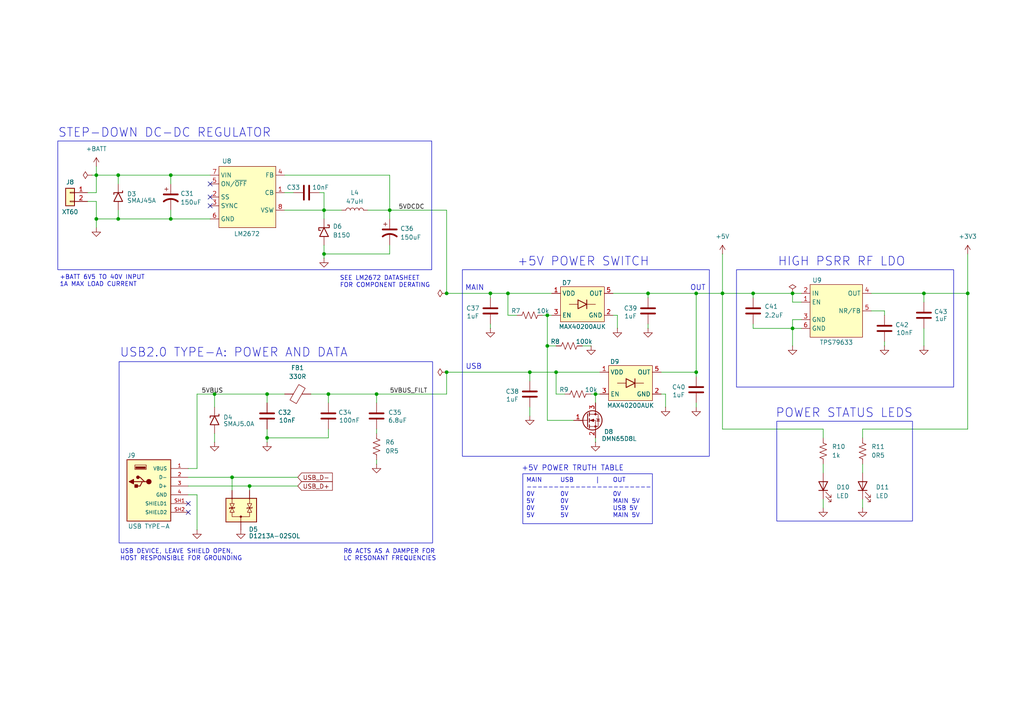
<source format=kicad_sch>
(kicad_sch (version 20231120) (generator "eeschema") (generator_version "8.0")
  (paper "A4")
  (title_block (title "POWER AND USB") (date "2024-06-15") (comment 1 "REVIEWED BY:") (comment 3 "GITHUB: /nikphillydev") (comment 4 "DRAWN BY:  N. PHILIPENKO") (comment 5 "SIGNED:"))
  (lib_symbols
    (symbol "Connector_Generic:Conn_01x02" (pin_names (offset 1.016) hide)
      (property "Reference" "J" (at 0 2.54 0))
      (property "Value" "Conn_01x02" (at 0 -5.08 0))
      (symbol "Conn_01x02_1_1"
        (rectangle (start -1.27 -2.413) (end 0 -2.667) (stroke (width 0.1524)))
        (rectangle (start -1.27 0.127) (end 0 -0.127) (stroke (width 0.1524)))
        (rectangle (start -1.27 1.27) (end 1.27 -3.81) (stroke (width 0.254)) (fill (type background)))
        (pin passive line (at -5.08 0 0) (length 3.81) (name "Pin_1") (number "1"))
        (pin passive line (at -5.08 -2.54 0) (length 3.81) (name "Pin_2") (number "2"))
      )
    )
    (symbol "Connectors:USB2.0-4P-2SH" (pin_names (offset 1.016))
      (property "Reference" "J" (at -6.35 9.652 0))
      (property "Value" "USB TYPE-A" (at -5.842 -11.176 0))
      (symbol "USB2.0-4P-2SH_0_0"
        (pin bidirectional line (at -11.43 3.81 0) (length 5.08) (name "D-") (number "2"))
        (pin bidirectional line (at -11.43 1.27 0) (length 5.08) (name "D+") (number "3"))
      )
      (symbol "USB2.0-4P-2SH_0_1"
        (polyline (pts (xy 0.635 2.54) (xy 1.27 2.54) (xy 2.54 3.81) (xy 3.175 3.81)) (stroke (width 0.254)))
        (polyline (pts (xy 1.27 2.54) (xy 1.905 2.54) (xy 2.54 1.27) (xy 3.81 1.27)) (stroke (width 0.254)))
        (polyline (pts (xy 4.445 3.175) (xy 4.445 1.905) (xy 5.715 2.54) (xy 4.445 3.175)) (stroke (width 0.254)) (fill (type outline)))
        (circle (center 0 2.54) (radius 0.635) (stroke (width 0.254)) (fill (type outline)))
        (circle (center 3.175 3.81) (radius 0.381) (stroke (width 0.254)) (fill (type outline)))
        (rectangle (start 3.81 6.35) (end 1.016 6.858) (fill (type outline)))
        (rectangle (start 4.064 1.651) (end 3.302 0.889) (stroke (width 0.254)) (fill (type outline)))
        (rectangle (start 4.064 6.096) (end 0.762 7.366))
      )
      (symbol "USB2.0-4P-2SH_1_0"
        (rectangle (start -6.35 8.89) (end 6.35 -8.89) (stroke (width 0.254)) (fill (type background)))
        (pin power_out line (at -11.43 6.35 0) (length 5.08) (name "VBUS") (number "1"))
        (pin passive line (at -11.43 -1.27 0) (length 5.08) (name "GND") (number "4"))
        (pin passive line (at -11.43 -3.81 0) (length 5.08) (name "SHIELD1") (number "SH1"))
        (pin passive line (at -11.43 -6.35 0) (length 5.08) (name "SHIELD2") (number "SH2"))
      )
      (symbol "USB2.0-4P-2SH_1_1"
        (polyline (pts (xy 1.905 2.54) (xy 4.445 2.54)) (stroke (width 0.254)))
      )
    )
    (symbol "Device:C" (pin_numbers hide) (pin_names (offset 0.254))
      (property "Reference" "C" (at 0.635 2.54 0))
      (property "Value" "C" (at 0.635 -2.54 0))
      (symbol "C_0_1"
        (polyline (pts (xy -2.032 -0.762) (xy 2.032 -0.762)) (stroke (width 0.508)))
        (polyline (pts (xy -2.032 0.762) (xy 2.032 0.762)) (stroke (width 0.508)))
      )
      (symbol "C_1_1"
        (pin passive line (at 0 3.81 270) (length 2.794) (name "~") (number "1"))
        (pin passive line (at 0 -3.81 90) (length 2.794) (name "~") (number "2"))
      )
    )
    (symbol "Device:C_Polarized_US" (pin_numbers hide) (pin_names (offset 0.254) hide)
      (property "Reference" "C" (at 0.635 2.54 0))
      (property "Value" "C_Polarized_US" (at 0.635 -2.54 0))
      (symbol "C_Polarized_US_0_1"
        (polyline (pts (xy -2.032 0.762) (xy 2.032 0.762)) (stroke (width 0.508)))
        (polyline (pts (xy -1.778 2.286) (xy -0.762 2.286)))
        (polyline (pts (xy -1.27 1.778) (xy -1.27 2.794)))
        (arc (start 2.032 -1.27) (mid 0 -0.5572) (end -2.032 -1.27) (stroke (width 0.508)))
      )
      (symbol "C_Polarized_US_1_1"
        (pin passive line (at 0 3.81 270) (length 2.794) (name "~") (number "1"))
        (pin passive line (at 0 -3.81 90) (length 3.302) (name "~") (number "2"))
      )
    )
    (symbol "Device:FerriteBead" (pin_numbers hide) (pin_names (offset 0))
      (property "Reference" "FB" (at -3.81 0.635 90))
      (property "Value" "FerriteBead" (at 3.81 0 90))
      (symbol "FerriteBead_0_1"
        (polyline (pts (xy 0 -1.27) (xy 0 -1.2192)))
        (polyline (pts (xy 0 1.27) (xy 0 1.2954)))
        (polyline (pts (xy -2.7686 0.4064) (xy -1.7018 2.2606) (xy 2.7686 -0.3048) (xy 1.6764 -2.159) (xy -2.7686 0.4064)))
      )
      (symbol "FerriteBead_1_1"
        (pin passive line (at 0 3.81 270) (length 2.54) (name "~") (number "1"))
        (pin passive line (at 0 -3.81 90) (length 2.54) (name "~") (number "2"))
      )
    )
    (symbol "Device:L" (pin_numbers hide) (pin_names (offset 1.016) hide)
      (property "Reference" "L" (at -1.27 0 90))
      (property "Value" "L" (at 1.905 0 90))
      (symbol "L_0_1"
        (arc (start 0 -2.54) (mid 0.6323 -1.905) (end 0 -1.27))
        (arc (start 0 -1.27) (mid 0.6323 -0.635) (end 0 0))
        (arc (start 0 0) (mid 0.6323 0.635) (end 0 1.27))
        (arc (start 0 1.27) (mid 0.6323 1.905) (end 0 2.54))
      )
      (symbol "L_1_1"
        (pin passive line (at 0 3.81 270) (length 1.27) (name "1") (number "1"))
        (pin passive line (at 0 -3.81 90) (length 1.27) (name "2") (number "2"))
      )
    )
    (symbol "Device:LED" (pin_numbers hide) (pin_names (offset 1.016) hide)
      (property "Reference" "D" (at 0 2.54 0))
      (property "Value" "LED" (at 0 -2.54 0))
      (symbol "LED_0_1"
        (polyline (pts (xy -1.27 -1.27) (xy -1.27 1.27)) (stroke (width 0.254)))
        (polyline (pts (xy -1.27 0) (xy 1.27 0)))
        (polyline (pts (xy 1.27 -1.27) (xy 1.27 1.27) (xy -1.27 0) (xy 1.27 -1.27)) (stroke (width 0.254)))
        (polyline (pts (xy -3.048 -0.762) (xy -4.572 -2.286) (xy -3.81 -2.286) (xy -4.572 -2.286) (xy -4.572 -1.524)))
        (polyline (pts (xy -1.778 -0.762) (xy -3.302 -2.286) (xy -2.54 -2.286) (xy -3.302 -2.286) (xy -3.302 -1.524)))
      )
      (symbol "LED_1_1"
        (pin passive line (at -3.81 0 0) (length 2.54) (name "K") (number "1"))
        (pin passive line (at 3.81 0 180) (length 2.54) (name "A") (number "2"))
      )
    )
    (symbol "Device:R_US" (pin_numbers hide) (pin_names (offset 0))
      (property "Reference" "R" (at 2.54 0 90))
      (property "Value" "R_US" (at -2.54 0 90))
      (symbol "R_US_0_1"
        (polyline (pts (xy 0 -2.286) (xy 0 -2.54)))
        (polyline (pts (xy 0 2.286) (xy 0 2.54)))
        (polyline (pts (xy 0 -0.762) (xy 1.016 -1.143) (xy 0 -1.524) (xy -1.016 -1.905) (xy 0 -2.286)))
        (polyline (pts (xy 0 0.762) (xy 1.016 0.381) (xy 0 0) (xy -1.016 -0.381) (xy 0 -0.762)))
        (polyline (pts (xy 0 2.286) (xy 1.016 1.905) (xy 0 1.524) (xy -1.016 1.143) (xy 0 0.762)))
      )
      (symbol "R_US_1_1"
        (pin passive line (at 0 3.81 270) (length 1.27) (name "~") (number "1"))
        (pin passive line (at 0 -3.81 90) (length 1.27) (name "~") (number "2"))
      )
    )
    (symbol "Diodes:MAX40200AUK"
      (property "Reference" "D" (at -5.588 6.858 0))
      (property "Value" "MAX40200AUK" (at 0 -7.112 0))
      (symbol "MAX40200AUK_0_1"
        (polyline (pts (xy 1.27 0.635) (xy 3.81 0.635)))
        (polyline (pts (xy 1.27 1.905) (xy 1.27 -0.635)) (stroke (width 0.254)))
        (polyline (pts (xy -1.27 0.635) (xy -2.54 0.635) (xy -3.81 0.635)))
        (polyline (pts (xy -1.27 1.905) (xy -1.27 -0.635) (xy 1.27 0.635) (xy -1.27 1.905)) (stroke (width 0.254)))
      )
      (symbol "MAX40200AUK_1_1"
        (rectangle (start -6.35 5.715) (end 6.35 -4.445) (fill (type background)))
        (pin power_in line (at -8.89 3.81 0) (length 2.54) (name "VDD") (number "1"))
        (pin passive line (at 8.89 -2.54 180) (length 2.54) (name "GND") (number "2"))
        (pin input line (at -8.89 -2.54 0) (length 2.54) (name "EN") (number "3"))
        (pin no_connect line (at 8.89 1.27 180) (length 2.54) hide (name "NC") (number "4"))
        (pin passive line (at 8.89 3.81 180) (length 2.54) (name "OUT") (number "5"))
      )
    )
    (symbol "Diodes:N-MOSFET_ENHANCED" (pin_names hide)
      (property "Reference" "D" (at 3.81 -3.302 0))
      (symbol "N-MOSFET_ENHANCED_0_1"
        (polyline (pts (xy -1.016 0) (xy -3.81 0)))
        (polyline (pts (xy -1.016 1.905) (xy -1.016 -1.905)) (stroke (width 0.254)))
        (polyline (pts (xy -0.508 -1.27) (xy -0.508 -2.286)) (stroke (width 0.254)))
        (polyline (pts (xy -0.508 0.508) (xy -0.508 -0.508)) (stroke (width 0.254)))
        (polyline (pts (xy -0.508 2.286) (xy -0.508 1.27)) (stroke (width 0.254)))
        (polyline (pts (xy 1.27 2.54) (xy 1.27 1.778)))
        (polyline (pts (xy 1.27 -2.54) (xy 1.27 0) (xy -0.508 0)))
        (polyline (pts (xy -0.508 -1.778) (xy 2.032 -1.778) (xy 2.032 1.778) (xy -0.508 1.778)))
        (polyline (pts (xy -0.254 0) (xy 0.762 0.381) (xy 0.762 -0.381) (xy -0.254 0)) (fill (type outline)))
        (polyline (pts (xy 1.524 0.508) (xy 1.651 0.381) (xy 2.413 0.381) (xy 2.54 0.254)))
        (polyline (pts (xy 2.032 0.381) (xy 1.651 -0.254) (xy 2.413 -0.254) (xy 2.032 0.381)))
        (circle (center 0.381 0) (radius 2.794) (stroke (width 0.254)))
        (circle (center 1.27 -1.778) (radius 0.254) (fill (type outline)))
        (circle (center 1.27 1.778) (radius 0.254) (fill (type outline)))
      )
      (symbol "N-MOSFET_ENHANCED_1_1"
        (pin input line (at -5.08 0 0) (length 2.54) (name "G") (number "1"))
        (pin passive line (at 1.27 -5.08 90) (length 2.54) (name "S") (number "2"))
        (pin passive line (at 1.27 5.08 270) (length 2.54) (name "D") (number "3"))
      )
    )
    (symbol "Diodes:SCHOTTKY" (pin_numbers hide) (pin_names hide)
      (property "Reference" "D" (at 3.556 -1.27 0))
      (symbol "SCHOTTKY_0_1"
        (polyline (pts (xy 1.27 -1.27) (xy -1.27 -1.27) (xy 0 1.27) (xy 1.27 -1.27)) (stroke (width 0.254)))
        (polyline (pts (xy -1.016 0.508) (xy -1.524 0.508) (xy -1.524 1.27) (xy 1.524 1.27) (xy 1.524 2.032) (xy 1.016 2.032)) (stroke (width 0.254)))
      )
      (symbol "SCHOTTKY_1_1"
        (pin passive line (at 0 3.81 270) (length 2.54) (name "K") (number "1"))
        (pin passive line (at 0 -3.81 90) (length 2.54) (name "A") (number "2"))
      )
    )
    (symbol "Diodes:TVS_BIDIRECTIONAL_2CH" (pin_numbers hide) (pin_names hide)
      (property "Reference" "D" (at 2.54 -5.842 0))
      (symbol "TVS_BIDIRECTIONAL_2CH_0_0"
        (pin passive line (at 0 -6.35 90) (length 2.54) (name "A") (number "3"))
      )
      (symbol "TVS_BIDIRECTIONAL_2CH_0_1"
        (circle (center 0 -2.54) (radius 0.254) (fill (type outline)))
        (polyline (pts (xy -2.54 2.54) (xy -2.54 1.27)))
        (polyline (pts (xy 0 -2.54) (xy 0 -3.81)))
        (polyline (pts (xy 2.54 2.54) (xy 2.54 1.27)))
        (polyline (pts (xy -3.302 -0.254) (xy -3.302 0) (xy -1.905 0) (xy -1.778 0)))
        (polyline (pts (xy -3.302 -0.254) (xy -3.302 0) (xy -1.905 0) (xy -1.778 0)))
        (polyline (pts (xy -2.54 -1.27) (xy -2.54 -2.54) (xy 2.54 -2.54) (xy 2.54 -1.27)))
        (polyline (pts (xy -2.54 0) (xy -1.905 -1.27) (xy -3.175 -1.27) (xy -2.54 0)))
        (polyline (pts (xy -2.54 0) (xy -1.905 1.27) (xy -3.175 1.27) (xy -2.54 0)))
        (polyline (pts (xy -1.778 0.254) (xy -1.778 0) (xy -3.175 0) (xy -3.302 0)))
        (polyline (pts (xy 1.778 -0.254) (xy 1.778 0) (xy 3.175 0) (xy 3.302 0)))
        (polyline (pts (xy 2.54 0) (xy 1.905 -1.27) (xy 3.175 -1.27) (xy 2.54 0)))
        (polyline (pts (xy 2.54 0) (xy 1.905 1.27) (xy 3.175 1.27) (xy 2.54 0)))
        (polyline (pts (xy 3.302 0.254) (xy 3.302 0) (xy 1.905 0) (xy 1.778 0)))
      )
      (symbol "TVS_BIDIRECTIONAL_2CH_1_1"
        (rectangle (start -4.318 2.794) (end 4.572 -4.064) (stroke (width 0.254)) (fill (type background)))
        (pin passive line (at -2.54 5.08 270) (length 2.54) (name "K") (number "1"))
        (pin passive line (at 2.54 5.08 270) (length 2.54) (name "K") (number "2"))
      )
    )
    (symbol "Diodes:TVS_UNIDIRECTIONAL" (pin_numbers hide) (pin_names hide)
      (property "Reference" "D" (at 3.302 0 0))
      (symbol "TVS_UNIDIRECTIONAL_0_1"
        (polyline (pts (xy 1.27 1.778) (xy 1.27 1.27) (xy -1.27 1.27) (xy -1.27 0.762)) (stroke (width 0.254)))
        (polyline (pts (xy 0 1.27) (xy 0 1.27) (xy 1.27 -1.27) (xy -1.27 -1.27) (xy 0 1.27)) (stroke (width 0.254)))
      )
      (symbol "TVS_UNIDIRECTIONAL_1_1"
        (pin passive line (at 0 3.81 270) (length 2.54) (name "K") (number "1"))
        (pin passive line (at 0 -3.81 90) (length 2.54) (name "A") (number "2"))
      )
    )
    (symbol "ICs:LM2672-D/P"
      (property "Reference" "U" (at -7.874 10.16 0))
      (property "Value" "LM2672" (at -0.508 -10.668 0))
      (symbol "LM2672-D/P_0_0"
        (pin passive line (at 10.16 1.27 180) (length 2.54) (name "CB") (number "1"))
        (pin passive line (at -11.43 0 0) (length 2.54) (name "SS") (number "2"))
        (pin passive line (at -11.43 -2.54 0) (length 2.54) (name "SYNC") (number "3"))
        (pin power_in line (at 10.16 6.35 180) (length 2.54) (name "FB") (number "4"))
        (pin passive line (at -11.43 3.81 0) (length 2.54) (name "ON/~{OFF}") (number "5"))
        (pin power_in line (at -11.43 6.35 0) (length 2.54) (name "VIN") (number "7"))
        (pin power_out line (at 10.16 -3.81 180) (length 2.54) (name "VSW") (number "8"))
      )
      (symbol "LM2672-D/P_1_0"
        (pin passive line (at -11.43 -6.35 0) (length 2.54) (name "GND") (number "6"))
      )
      (symbol "LM2672-D/P_1_1"
        (rectangle (start -8.89 8.89) (end 7.62 -8.89) (fill (type background)))
      )
    )
    (symbol "ICs:TPS796xx-DCQ"
      (property "Reference" "U" (at -6.096 8.89 0))
      (property "Value" "TPS796xx" (at -0.254 -9.398 0))
      (symbol "TPS796xx-DCQ_0_0"
        (pin passive line (at -10.16 2.54 0) (length 2.54) (name "EN") (number "1"))
        (pin power_in line (at -10.16 5.08 0) (length 2.54) (name "IN") (number "2"))
        (pin power_out line (at 10.16 5.08 180) (length 2.54) (name "OUT") (number "4"))
        (pin passive line (at 10.16 0 180) (length 2.54) (name "NR/FB") (number "5"))
      )
      (symbol "TPS796xx-DCQ_1_0"
        (pin passive line (at -10.16 -2.54 0) (length 2.54) (name "GND") (number "3"))
        (pin passive line (at -10.16 -5.08 0) (length 2.54) (name "GND") (number "6"))
      )
      (symbol "TPS796xx-DCQ_1_1"
        (rectangle (start -7.62 7.62) (end 7.62 -7.62) (fill (type background)))
      )
    )
    (symbol "MAX40200AUK_1"
      (property "Reference" "D" (at -5.588 6.858 0))
      (property "Value" "MAX40200AUK" (at 0 -7.112 0))
      (symbol "MAX40200AUK_1_0_1"
        (polyline (pts (xy 1.27 0.635) (xy 3.81 0.635)))
        (polyline (pts (xy 1.27 1.905) (xy 1.27 -0.635)) (stroke (width 0.254)))
        (polyline (pts (xy -1.27 0.635) (xy -2.54 0.635) (xy -3.81 0.635)))
        (polyline (pts (xy -1.27 1.905) (xy -1.27 -0.635) (xy 1.27 0.635) (xy -1.27 1.905)) (stroke (width 0.254)))
      )
      (symbol "MAX40200AUK_1_1_1"
        (rectangle (start -6.35 5.715) (end 6.35 -4.445) (fill (type background)))
        (pin power_in line (at -8.89 3.81 0) (length 2.54) (name "VDD") (number "1"))
        (pin passive line (at 8.89 -2.54 180) (length 2.54) (name "GND") (number "2"))
        (pin input line (at -8.89 -2.54 0) (length 2.54) (name "EN") (number "3"))
        (pin no_connect line (at 8.89 1.27 180) (length 2.54) hide (name "NC") (number "4"))
        (pin passive line (at 8.89 3.81 180) (length 2.54) (name "OUT") (number "5"))
      )
    )
    (symbol "TVS_UNIDIRECTIONAL_1" (pin_numbers hide) (pin_names hide)
      (property "Reference" "D" (at 3.302 0 0))
      (symbol "TVS_UNIDIRECTIONAL_1_0_1"
        (polyline (pts (xy 1.27 1.778) (xy 1.27 1.27) (xy -1.27 1.27) (xy -1.27 0.762)) (stroke (width 0.254)))
        (polyline (pts (xy 0 1.27) (xy 0 1.27) (xy 1.27 -1.27) (xy -1.27 -1.27) (xy 0 1.27)) (stroke (width 0.254)))
      )
      (symbol "TVS_UNIDIRECTIONAL_1_1_1"
        (pin passive line (at 0 3.81 270) (length 2.54) (name "K") (number "1"))
        (pin passive line (at 0 -3.81 90) (length 2.54) (name "A") (number "2"))
      )
    )
    (symbol "power:+BATT" (power) (pin_numbers hide) (pin_names (offset 0) hide)
      (property "Value" "+BATT" (at 0 3.556 0))
      (symbol "+BATT_0_1"
        (polyline (pts (xy -0.762 1.27) (xy 0 2.54)))
        (polyline (pts (xy 0 0) (xy 0 2.54)))
        (polyline (pts (xy 0 2.54) (xy 0.762 1.27)))
      )
      (symbol "+BATT_1_1"
        (pin power_in line (at 0 0 90) (length 0) (name "~") (number "1"))
      )
    )
    (symbol "power:GND" (power) (pin_numbers hide) (pin_names (offset 0) hide)
      (property "Value" "GND" (at 0 -3.81 0))
      (symbol "GND_0_1"
        (polyline (pts (xy 0 0) (xy 0 -1.27) (xy 1.27 -1.27) (xy 0 -2.54) (xy -1.27 -1.27) (xy 0 -1.27)))
      )
      (symbol "GND_1_1"
        (pin power_in line (at 0 0 270) (length 0) (name "~") (number "1"))
      )
    )
    (symbol "power:PWR_FLAG" (power) (pin_numbers hide) (pin_names (offset 0) hide)
      (property "Value" "PWR_FLAG" (at 0 3.81 0))
      (symbol "PWR_FLAG_0_0"
        (pin power_out line (at 0 0 90) (length 0) (name "~") (number "1"))
      )
      (symbol "PWR_FLAG_0_1"
        (polyline (pts (xy 0 0) (xy 0 1.27) (xy -1.016 1.905) (xy 0 2.54) (xy 1.016 1.905) (xy 0 1.27)))
      )
    )
  )
  (junction (at 129.54 85.09))
  (junction (at 34.29 50.8))
  (junction (at 229.87 95.25))
  (junction (at 72.39 140.97))
  (junction (at 113.03 60.96))
  (junction (at 49.53 63.5))
  (junction (at 280.67 85.09))
  (junction (at 93.98 60.96))
  (junction (at 49.53 50.8))
  (junction (at 153.67 107.95))
  (junction (at 161.29 107.95))
  (junction (at 147.32 85.09))
  (junction (at 77.47 114.3))
  (junction (at 201.93 85.09))
  (junction (at 93.98 73.66))
  (junction (at 142.24 85.09))
  (junction (at 187.96 85.09))
  (junction (at 67.31 138.43))
  (junction (at 201.93 107.95))
  (junction (at 172.72 114.3))
  (junction (at 77.47 127))
  (junction (at 158.75 100.33))
  (junction (at 34.29 63.5))
  (junction (at 229.87 85.09))
  (junction (at 95.25 114.3))
  (junction (at 27.94 50.8))
  (junction (at 158.75 91.44))
  (junction (at 27.94 63.5))
  (junction (at 109.22 114.3))
  (junction (at 62.23 114.3))
  (junction (at 218.44 85.09))
  (junction (at 267.97 85.09))
  (junction (at 209.55 85.09))
  (junction (at 129.54 107.95))
  (no_connect (at 60.96 59.69))
  (no_connect (at 60.96 57.15))
  (no_connect (at 54.61 148.59))
  (no_connect (at 54.61 146.05))
  (no_connect (at 60.96 53.34))
  (wire (pts (xy 161.29 107.95) (xy 173.99 107.95)))
  (wire (pts (xy 209.55 85.09) (xy 218.44 85.09)))
  (wire (pts (xy 129.54 114.3) (xy 129.54 107.95)))
  (wire (pts (xy 27.94 55.88) (xy 27.94 50.8)))
  (wire (pts (xy 256.54 90.17) (xy 252.73 90.17)))
  (wire (pts (xy 172.72 116.84) (xy 172.72 114.3)))
  (wire (pts (xy 218.44 85.09) (xy 218.44 86.36)))
  (wire (pts (xy 172.72 127) (xy 172.72 128.27)))
  (wire (pts (xy 49.53 50.8) (xy 49.53 53.34)))
  (wire (pts (xy 26.67 50.8) (xy 27.94 50.8)))
  (wire (pts (xy 57.15 114.3) (xy 57.15 135.89)))
  (wire (pts (xy 27.94 63.5) (xy 27.94 58.42)))
  (wire (pts (xy 34.29 60.96) (xy 34.29 63.5)))
  (wire (pts (xy 72.39 140.97) (xy 86.36 140.97)))
  (wire (pts (xy 109.22 116.84) (xy 109.22 114.3)))
  (wire (pts (xy 49.53 60.96) (xy 49.53 63.5)))
  (wire (pts (xy 158.75 100.33) (xy 158.75 121.92)))
  (wire (pts (xy 27.94 48.26) (xy 27.94 50.8)))
  (wire (pts (xy 93.98 71.12) (xy 93.98 73.66)))
  (wire (pts (xy 187.96 93.98) (xy 187.96 95.25)))
  (wire (pts (xy 113.03 60.96) (xy 129.54 60.96)))
  (wire (pts (xy 77.47 114.3) (xy 82.55 114.3)))
  (wire (pts (xy 93.98 73.66) (xy 113.03 73.66)))
  (wire (pts (xy 201.93 107.95) (xy 201.93 109.22)))
  (wire (pts (xy 93.98 60.96) (xy 93.98 63.5)))
  (wire (pts (xy 62.23 114.3) (xy 77.47 114.3)))
  (wire (pts (xy 209.55 73.66) (xy 209.55 85.09)))
  (wire (pts (xy 171.45 114.3) (xy 172.72 114.3)))
  (wire (pts (xy 77.47 114.3) (xy 77.47 116.84)))
  (wire (pts (xy 229.87 92.71) (xy 229.87 95.25)))
  (wire (pts (xy 54.61 138.43) (xy 67.31 138.43)))
  (wire (pts (xy 177.8 85.09) (xy 187.96 85.09)))
  (wire (pts (xy 129.54 107.95) (xy 153.67 107.95)))
  (wire (pts (xy 109.22 114.3) (xy 129.54 114.3)))
  (wire (pts (xy 238.76 127) (xy 238.76 124.46)))
  (wire (pts (xy 62.23 114.3) (xy 62.23 118.11)))
  (wire (pts (xy 27.94 63.5) (xy 27.94 66.04)))
  (wire (pts (xy 191.77 107.95) (xy 201.93 107.95)))
  (wire (pts (xy 232.41 92.71) (xy 229.87 92.71)))
  (wire (pts (xy 267.97 85.09) (xy 280.67 85.09)))
  (wire (pts (xy 113.03 50.8) (xy 113.03 60.96)))
  (wire (pts (xy 129.54 85.09) (xy 142.24 85.09)))
  (wire (pts (xy 142.24 93.98) (xy 142.24 95.25)))
  (wire (pts (xy 129.54 60.96) (xy 129.54 85.09)))
  (wire (pts (xy 67.31 138.43) (xy 86.36 138.43)))
  (wire (pts (xy 27.94 50.8) (xy 34.29 50.8)))
  (wire (pts (xy 77.47 127) (xy 77.47 128.27)))
  (wire (pts (xy 57.15 143.51) (xy 57.15 153.67)))
  (wire (pts (xy 250.19 144.78) (xy 250.19 147.32)))
  (wire (pts (xy 256.54 100.33) (xy 256.54 99.06)))
  (wire (pts (xy 49.53 50.8) (xy 60.96 50.8)))
  (wire (pts (xy 238.76 134.62) (xy 238.76 137.16)))
  (wire (pts (xy 82.55 60.96) (xy 93.98 60.96)))
  (wire (pts (xy 147.32 85.09) (xy 160.02 85.09)))
  (wire (pts (xy 82.55 50.8) (xy 113.03 50.8)))
  (wire (pts (xy 34.29 50.8) (xy 34.29 53.34)))
  (wire (pts (xy 232.41 85.09) (xy 229.87 85.09)))
  (wire (pts (xy 250.19 134.62) (xy 250.19 137.16)))
  (wire (pts (xy 62.23 125.73) (xy 62.23 128.27)))
  (wire (pts (xy 179.07 91.44) (xy 179.07 95.25)))
  (wire (pts (xy 57.15 114.3) (xy 62.23 114.3)))
  (wire (pts (xy 267.97 95.25) (xy 267.97 100.33)))
  (wire (pts (xy 93.98 60.96) (xy 99.06 60.96)))
  (wire (pts (xy 158.75 91.44) (xy 158.75 100.33)))
  (wire (pts (xy 187.96 85.09) (xy 187.96 86.36)))
  (wire (pts (xy 92.71 55.88) (xy 93.98 55.88)))
  (wire (pts (xy 229.87 87.63) (xy 229.87 85.09)))
  (wire (pts (xy 153.67 107.95) (xy 161.29 107.95)))
  (wire (pts (xy 158.75 91.44) (xy 160.02 91.44)))
  (wire (pts (xy 106.68 60.96) (xy 113.03 60.96)))
  (wire (pts (xy 161.29 107.95) (xy 161.29 114.3)))
  (wire (pts (xy 113.03 63.5) (xy 113.03 60.96)))
  (wire (pts (xy 113.03 71.12) (xy 113.03 73.66)))
  (wire (pts (xy 158.75 100.33) (xy 161.29 100.33)))
  (wire (pts (xy 218.44 95.25) (xy 229.87 95.25)))
  (wire (pts (xy 95.25 127) (xy 77.47 127)))
  (wire (pts (xy 147.32 91.44) (xy 147.32 85.09)))
  (wire (pts (xy 95.25 114.3) (xy 109.22 114.3)))
  (wire (pts (xy 82.55 55.88) (xy 85.09 55.88)))
  (wire (pts (xy 187.96 85.09) (xy 201.93 85.09)))
  (wire (pts (xy 163.83 114.3) (xy 161.29 114.3)))
  (wire (pts (xy 95.25 124.46) (xy 95.25 127)))
  (wire (pts (xy 238.76 144.78) (xy 238.76 147.32)))
  (wire (pts (xy 153.67 107.95) (xy 153.67 110.49)))
  (wire (pts (xy 72.39 140.97) (xy 72.39 142.24)))
  (wire (pts (xy 149.86 91.44) (xy 147.32 91.44)))
  (wire (pts (xy 267.97 85.09) (xy 267.97 87.63)))
  (wire (pts (xy 142.24 85.09) (xy 142.24 86.36)))
  (wire (pts (xy 27.94 63.5) (xy 34.29 63.5)))
  (wire (pts (xy 49.53 63.5) (xy 60.96 63.5)))
  (wire (pts (xy 280.67 124.46) (xy 280.67 85.09)))
  (wire (pts (xy 34.29 50.8) (xy 49.53 50.8)))
  (wire (pts (xy 54.61 143.51) (xy 57.15 143.51)))
  (wire (pts (xy 90.17 114.3) (xy 95.25 114.3)))
  (wire (pts (xy 256.54 91.44) (xy 256.54 90.17)))
  (wire (pts (xy 218.44 85.09) (xy 229.87 85.09)))
  (wire (pts (xy 229.87 95.25) (xy 229.87 100.33)))
  (wire (pts (xy 252.73 85.09) (xy 267.97 85.09)))
  (wire (pts (xy 25.4 58.42) (xy 27.94 58.42)))
  (wire (pts (xy 172.72 114.3) (xy 173.99 114.3)))
  (wire (pts (xy 250.19 127) (xy 250.19 124.46)))
  (wire (pts (xy 34.29 63.5) (xy 49.53 63.5)))
  (wire (pts (xy 54.61 140.97) (xy 72.39 140.97)))
  (wire (pts (xy 77.47 124.46) (xy 77.47 127)))
  (wire (pts (xy 191.77 114.3) (xy 193.04 114.3)))
  (wire (pts (xy 232.41 87.63) (xy 229.87 87.63)))
  (wire (pts (xy 168.91 100.33) (xy 171.45 100.33)))
  (wire (pts (xy 201.93 85.09) (xy 201.93 107.95)))
  (wire (pts (xy 142.24 85.09) (xy 147.32 85.09)))
  (wire (pts (xy 218.44 93.98) (xy 218.44 95.25)))
  (wire (pts (xy 232.41 95.25) (xy 229.87 95.25)))
  (wire (pts (xy 93.98 55.88) (xy 93.98 60.96)))
  (wire (pts (xy 209.55 85.09) (xy 209.55 124.46)))
  (wire (pts (xy 193.04 114.3) (xy 193.04 118.11)))
  (wire (pts (xy 238.76 124.46) (xy 209.55 124.46)))
  (wire (pts (xy 201.93 116.84) (xy 201.93 118.11)))
  (wire (pts (xy 250.19 124.46) (xy 280.67 124.46)))
  (wire (pts (xy 157.48 91.44) (xy 158.75 91.44)))
  (wire (pts (xy 153.67 118.11) (xy 153.67 120.65)))
  (wire (pts (xy 109.22 133.35) (xy 109.22 134.62)))
  (wire (pts (xy 201.93 85.09) (xy 209.55 85.09)))
  (wire (pts (xy 109.22 124.46) (xy 109.22 125.73)))
  (wire (pts (xy 280.67 73.66) (xy 280.67 85.09)))
  (wire (pts (xy 95.25 114.3) (xy 95.25 116.84)))
  (wire (pts (xy 158.75 121.92) (xy 166.37 121.92)))
  (wire (pts (xy 67.31 138.43) (xy 67.31 142.24)))
  (wire (pts (xy 25.4 55.88) (xy 27.94 55.88)))
  (wire (pts (xy 54.61 135.89) (xy 57.15 135.89)))
  (wire (pts (xy 93.98 73.66) (xy 93.98 74.93)))
  (wire (pts (xy 177.8 91.44) (xy 179.07 91.44)))
  (rectangle (start 213.614 78.232) (end 276.606 112.268))
  (rectangle (start 225.298 122.174) (end 264.668 151.13))
  (rectangle (start 134.112 78.232) (end 205.74 132.334))
  (rectangle (start 16.764 40.894) (end 125.222 78.232))
  (rectangle (start 34.544 104.902) (end 125.476 157.48))
  (text_box "MAIN	USB		|	OUT\n-----------------------\n0V		0V			0V\n5V		0V			MAIN 5V\n0V		5V			USB 5V\n5V		5V			MAIN 5V" (at 151.638 137.414 0) (size 37.592 14.478) (effects (font (size 1.27 1.27)) (justify left top)))
  (text "POWER STATUS LEDS" (at 244.856 119.888 0) (effects (font (size 2.54 2.54))))
  (text "USB DEVICE, LEAVE SHIELD OPEN,\nHOST RESPONSIBLE FOR GROUNDING" (at 34.798 161.036 0) (effects (font (size 1.27 1.27)) (justify left)))
  (text "USB2.0 TYPE-A: POWER AND DATA" (at 67.818 102.362 0) (effects (font (size 2.54 2.54))))
  (text "USB" (at 137.414 106.426 0) (effects (font (size 1.524 1.524))))
  (text "+5V POWER SWITCH" (at 169.164 75.946 0) (effects (font (size 2.54 2.54))))
  (text "HIGH PSRR RF LDO\n" (at 244.094 75.946 0) (effects (font (size 2.54 2.54))))
  (text "R6 ACTS AS A DAMPER FOR\nLC RESONANT FREQUENCIES" (at 99.568 161.036 0) (effects (font (size 1.27 1.27)) (justify left)))
  (text "+5V POWER TRUTH TABLE" (at 166.116 135.89 0) (effects (font (size 1.524 1.524))))
  (text "STEP-DOWN DC-DC REGULATOR" (at 47.752 38.608 0) (effects (font (size 2.54 2.54))))
  (text "SEE LM2672 DATASHEET\nFOR COMPONENT DERATING" (at 98.552 81.788 0) (effects (font (size 1.27 1.27)) (justify left)))
  (text "MAIN" (at 137.668 83.566 0) (effects (font (size 1.524 1.524))))
  (text "+BATT 6V5 TO 40V INPUT\n1A MAX LOAD CURRENT" (at 17.272 81.534 0) (effects (font (size 1.27 1.27)) (justify left)))
  (text "OUT" (at 202.438 83.566 0) (effects (font (size 1.524 1.524))))
  (label "5VBUS" (at 58.42 114.3 0))
  (label "5VDCDC" (at 115.57 60.96 0))
  (label "5VBUS_FILT" (at 113.03 114.3 0))
  (global_label "USB_D+" (shape input) (at 86.36 140.97 0) (property "Intersheetrefs" "${INTERSHEET_REFS}" (effects (hide yes))))
  (global_label "USB_D-" (shape input) (at 86.36 138.43 0) (property "Intersheetrefs" "${INTERSHEET_REFS}" (effects (hide yes))))
  (symbol (lib_id "power:GND") (at 250.19 147.32 0) (unit 1)
    (property "Reference" "#PWR060" (effects (hide yes)))
    (property "Value" "GND" (effects (hide yes)))
    (property "Description" "Power symbol creates a global label with name \"GND\" , ground" (effects (hide yes)))
  )
  (symbol (lib_id "Device:C") (at 256.54 95.25 180) (unit 1)
    (property "Reference" "C42" (at 261.62 94.234 0))
    (property "Value" "10nF" (at 262.382 96.52 0))
    (property "Footprint" "Capacitors:CAP_0402_1005Metric" (effects (hide yes)))
    (property "Description" "Unpolarized capacitor" (effects (hide yes)))
    (property "JLCPCB Part#" "C162190" (effects (hide yes)))
  )
  (symbol (lib_id "power:GND") (at 238.76 147.32 0) (unit 1)
    (property "Reference" "#PWR059" (effects (hide yes)))
    (property "Value" "GND" (effects (hide yes)))
    (property "Description" "Power symbol creates a global label with name \"GND\" , ground" (effects (hide yes)))
  )
  (symbol (lib_id "power:+BATT") (at 209.55 73.66 0) (unit 1)
    (property "Reference" "#PWR057" (effects (hide yes)))
    (property "Value" "+5V" (at 209.55 68.58 0))
    (property "Description" "Power symbol creates a global label with name \"+BATT\"" (effects (hide yes)))
  )
  (symbol (lib_id "power:+BATT") (at 280.67 73.66 0) (unit 1)
    (property "Reference" "#PWR063" (effects (hide yes)))
    (property "Value" "+3V3" (at 280.67 68.58 0))
    (property "Description" "Power symbol creates a global label with name \"+BATT\"" (effects (hide yes)))
  )
  (symbol (lib_id "Device:R_US") (at 250.19 130.81 0) (unit 1)
    (property "Reference" "R11" (at 252.73 129.5399 0) (effects (justify left)))
    (property "Value" "0R5" (at 252.73 132.0799 0) (effects (justify left)))
    (property "Footprint" "Resistors:RES_0603_1608Metric" (effects (hide yes)))
    (property "Description" "Resistor, US symbol" (effects (hide yes)))
    (property "JLCPCB Part#" "C309622" (effects (hide yes)))
  )
  (symbol (lib_id "power:GND") (at 171.45 100.33 0) (unit 1)
    (property "Reference" "#PWR051" (effects (hide yes)))
    (property "Value" "GND" (effects (hide yes)))
    (property "Description" "Power symbol creates a global label with name \"GND\" , ground" (effects (hide yes)))
  )
  (symbol (lib_id "power:GND") (at 193.04 118.11 0) (unit 1)
    (property "Reference" "#PWR055" (effects (hide yes)))
    (property "Value" "GND" (effects (hide yes)))
    (property "Description" "Power symbol creates a global label with name \"GND\" , ground" (effects (hide yes)))
  )
  (symbol (lib_id "power:+BATT") (at 27.94 48.26 0) (unit 1)
    (property "Reference" "#PWR041" (effects (hide yes)))
    (property "Value" "+BATT" (at 27.94 43.18 0))
    (property "Description" "Power symbol creates a global label with name \"+BATT\"" (effects (hide yes)))
  )
  (symbol (lib_id "Device:R_US") (at 153.67 91.44 90) (unit 1)
    (property "Reference" "R7" (at 149.606 90.17 90))
    (property "Value" "10k" (at 157.48 90.17 90))
    (property "Footprint" "Resistors:RES_0603_1608Metric" (effects (hide yes)))
    (property "Description" "Resistor, US symbol" (effects (hide yes)))
    (property "JLCPCB Part#" "C98220" (effects (hide yes)))
  )
  (symbol (lib_id "power:PWR_FLAG") (at 229.87 85.09 0) (unit 1)
    (property "Reference" "#FLG06" (effects (hide yes)))
    (property "Value" "PWR_FLAG" (effects (hide yes)))
    (property "Description" "Special symbol for telling ERC where power comes from" (effects (hide yes)))
  )
  (symbol (lib_id "Diodes:SCHOTTKY") (at 93.98 67.31 0) (unit 1)
    (property "Reference" "D6" (at 96.52 65.6589 0) (effects (justify left)))
    (property "Value" "B150" (at 96.52 68.1989 0) (effects (justify left)))
    (property "Footprint" "Diodes:DiodesINC_SMA" (effects (hide yes)))
    (property "JLCPCB Part#" "C134431" (effects (hide yes)))
  )
  (symbol (lib_id "Diodes:N-MOSFET_ENHANCED") (at 171.45 121.92 0) (unit 1)
    (property "Reference" "D8" (at 176.53 125.222 0))
    (property "Value" "DMN65D8L" (at 179.578 127.254 0))
    (property "Footprint" "Diodes:DiodesINC_SOT23-3" (effects (hide yes)))
    (property "JLCPCB Part#" "C155341" (effects (hide yes)))
  )
  (symbol (lib_id "power:GND") (at 153.67 120.65 0) (unit 1)
    (property "Reference" "#PWR050" (effects (hide yes)))
    (property "Value" "GND" (effects (hide yes)))
    (property "Description" "Power symbol creates a global label with name \"GND\" , ground" (effects (hide yes)))
  )
  (symbol (lib_id "Device:R_US") (at 238.76 130.81 0) (unit 1)
    (property "Reference" "R10" (at 241.3 129.5399 0) (effects (justify left)))
    (property "Value" "1k" (at 241.3 132.0799 0) (effects (justify left)))
    (property "Footprint" "Resistors:RES_0603_1608Metric" (effects (hide yes)))
    (property "Description" "Resistor, US symbol" (effects (hide yes)))
    (property "JLCPCB Part#" "C22548" (effects (hide yes)))
  )
  (symbol (lib_id "Device:C") (at 267.97 91.44 180) (unit 1)
    (property "Reference" "C43" (at 274.828 90.424 0) (effects (justify left)))
    (property "Value" "1uF" (at 274.828 92.456 0) (effects (justify left)))
    (property "Footprint" "Capacitors:CAP_0402_1005Metric" (effects (hide yes)))
    (property "Description" "Unpolarized capacitor" (effects (hide yes)))
    (property "JLCPCB Part#" "C77009" (effects (hide yes)))
  )
  (symbol (lib_id "power:GND") (at 229.87 100.33 0) (unit 1)
    (property "Reference" "#PWR058" (effects (hide yes)))
    (property "Value" "GND" (effects (hide yes)))
    (property "Description" "Power symbol creates a global label with name \"GND\" , ground" (effects (hide yes)))
  )
  (symbol (lib_id "power:PWR_FLAG") (at 26.67 50.8 90) (unit 1)
    (property "Reference" "#FLG03" (effects (hide yes)))
    (property "Value" "PWR_FLAG" (effects (hide yes)))
    (property "Description" "Special symbol for telling ERC where power comes from" (effects (hide yes)))
  )
  (symbol (lib_id "Device:C") (at 77.47 120.65 180) (unit 1)
    (property "Reference" "C32" (at 82.55 119.634 0))
    (property "Value" "10nF" (at 83.312 121.92 0))
    (property "Footprint" "Capacitors:CAP_0402_1005Metric" (effects (hide yes)))
    (property "Description" "Unpolarized capacitor" (effects (hide yes)))
    (property "JLCPCB Part#" "C162190" (effects (hide yes)))
  )
  (symbol (lib_id "power:PWR_FLAG") (at 129.54 107.95 90) (unit 1)
    (property "Reference" "#FLG05" (effects (hide yes)))
    (property "Value" "PWR_FLAG" (effects (hide yes)))
    (property "Description" "Special symbol for telling ERC where power comes from" (effects (hide yes)))
  )
  (symbol (lib_id "power:GND") (at 109.22 134.62 0) (unit 1)
    (property "Reference" "#PWR048" (effects (hide yes)))
    (property "Value" "GND" (effects (hide yes)))
    (property "Description" "Power symbol creates a global label with name \"GND\" , ground" (effects (hide yes)))
  )
  (symbol (lib_id "power:GND") (at 201.93 118.11 0) (unit 1)
    (property "Reference" "#PWR056" (effects (hide yes)))
    (property "Value" "GND" (effects (hide yes)))
    (property "Description" "Power symbol creates a global label with name \"GND\" , ground" (effects (hide yes)))
  )
  (symbol (lib_id "power:GND") (at 187.96 95.25 0) (unit 1)
    (property "Reference" "#PWR054" (effects (hide yes)))
    (property "Value" "GND" (effects (hide yes)))
    (property "Description" "Power symbol creates a global label with name \"GND\" , ground" (effects (hide yes)))
  )
  (symbol (lib_id "Device:C_Polarized_US") (at 113.03 67.31 0) (unit 1)
    (property "Reference" "C36" (at 116.078 66.294 0) (effects (justify left)))
    (property "Value" "150uF" (at 116.078 68.834 0) (effects (justify left)))
    (property "Footprint" "Capacitors:NICHICON_UHE_10x12.5" (effects (hide yes)))
    (property "Description" "Polarized capacitor, US symbol" (effects (hide yes)))
    (property "JLCPCB Part#" "C116230" (effects (hide yes)))
  )
  (symbol (lib_id "Device:LED") (at 250.19 140.97 90) (unit 1)
    (property "Reference" "D11" (at 254 141.2874 90) (effects (justify right)))
    (property "Value" "LED" (at 254 143.8274 90) (effects (justify right)))
    (property "Footprint" "Diodes:LED_0603_1608Metric" (effects (hide yes)))
    (property "Description" "Light emitting diode" (effects (hide yes)))
    (property "JLCPCB Part#" "C72038" (effects (hide yes)))
  )
  (symbol (lib_id "Diodes:MAX40200AUK") (at 168.91 88.9 0) (unit 1)
    (property "Reference" "D7" (at 164.338 82.042 0))
    (property "Value" "MAX40200AUK" (at 168.91 94.742 0))
    (property "Footprint" "Diodes:AnalogDevices_SOT23-5" (effects (hide yes)))
    (property "JLCPCB Part#" "C2649430" (effects (hide yes)))
  )
  (symbol (lib_id "power:PWR_FLAG") (at 129.54 85.09 90) (unit 1)
    (property "Reference" "#FLG04" (effects (hide yes)))
    (property "Value" "PWR_FLAG" (effects (hide yes)))
    (property "Description" "Special symbol for telling ERC where power comes from" (effects (hide yes)))
  )
  (symbol (lib_id "Device:C_Polarized_US") (at 49.53 57.15 0) (unit 1)
    (property "Reference" "C31" (at 52.324 56.134 0) (effects (justify left)))
    (property "Value" "150uF" (at 52.324 58.674 0) (effects (justify left)))
    (property "Footprint" "Capacitors:NICHICON_UHE_10x12.5" (effects (hide yes)))
    (property "Description" "Polarized capacitor, US symbol" (effects (hide yes)))
    (property "JLCPCB Part#" "C116230" (effects (hide yes)))
  )
  (symbol (lib_id "Device:C") (at 201.93 113.03 180) (unit 1)
    (property "Reference" "C40" (at 196.85 112.268 0))
    (property "Value" "1uF" (at 196.85 114.554 0))
    (property "Footprint" "Capacitors:CAP_0402_1005Metric" (effects (hide yes)))
    (property "Description" "Unpolarized capacitor" (effects (hide yes)))
    (property "JLCPCB Part#" "C77009" (effects (hide yes)))
  )
  (symbol (lib_id "ICs:LM2672-D/P") (at 72.39 57.15 0) (unit 1)
    (property "Reference" "U8" (at 65.786 46.736 0))
    (property "Value" "LM2672" (at 71.628 67.818 0))
    (property "Footprint" "ICs:TI_SOIC-8" (effects (hide yes)))
    (property "JLCPCB Part#" "C180371" (effects (hide yes)))
  )
  (symbol (lib_id "power:GND") (at 77.47 128.27 0) (unit 1)
    (property "Reference" "#PWR046" (effects (hide yes)))
    (property "Value" "GND" (effects (hide yes)))
    (property "Description" "Power symbol creates a global label with name \"GND\" , ground" (effects (hide yes)))
  )
  (symbol (lib_id "Device:C") (at 142.24 90.17 180) (unit 1)
    (property "Reference" "C37" (at 137.16 89.408 0))
    (property "Value" "1uF" (at 137.16 91.694 0))
    (property "Footprint" "Capacitors:CAP_0402_1005Metric" (effects (hide yes)))
    (property "Description" "Unpolarized capacitor" (effects (hide yes)))
    (property "JLCPCB Part#" "C77009" (effects (hide yes)))
  )
  (symbol (lib_id "power:GND") (at 27.94 66.04 0) (unit 1)
    (property "Reference" "#PWR042" (effects (hide yes)))
    (property "Value" "GND" (effects (hide yes)))
    (property "Description" "Power symbol creates a global label with name \"GND\" , ground" (effects (hide yes)))
  )
  (symbol (lib_id "Device:LED") (at 238.76 140.97 90) (unit 1)
    (property "Reference" "D10" (at 242.57 141.2874 90) (effects (justify right)))
    (property "Value" "LED" (at 242.57 143.8274 90) (effects (justify right)))
    (property "Footprint" "Diodes:LED_0603_1608Metric" (effects (hide yes)))
    (property "Description" "Light emitting diode" (effects (hide yes)))
    (property "JLCPCB Part#" "C72038" (effects (hide yes)))
  )
  (symbol (lib_id "Device:C") (at 109.22 120.65 180) (unit 1)
    (property "Reference" "C35" (at 114.554 119.634 0))
    (property "Value" "6.8uF" (at 115.316 121.92 0))
    (property "Footprint" "Capacitors:CAP_0603_1608Metric" (effects (hide yes)))
    (property "Description" "Unpolarized capacitor" (effects (hide yes)))
    (property "JLCPCB Part#" "C338096" (effects (hide yes)))
  )
  (symbol (lib_id "Device:R_US") (at 167.64 114.3 90) (unit 1)
    (property "Reference" "R9" (at 163.576 113.03 90))
    (property "Value" "10k" (at 171.45 113.03 90))
    (property "Footprint" "Resistors:RES_0603_1608Metric" (effects (hide yes)))
    (property "Description" "Resistor, US symbol" (effects (hide yes)))
    (property "JLCPCB Part#" "C98220" (effects (hide yes)))
  )
  (symbol (lib_id "Device:FerriteBead") (at 86.36 114.3 90) (unit 1)
    (property "Reference" "FB1" (at 86.3092 106.68 90))
    (property "Value" "330R" (at 86.3092 109.22 90))
    (property "Footprint" "Inductors:L_0603_1608Metric" (effects (hide yes)))
    (property "Description" "Ferrite bead" (effects (hide yes)))
    (property "JLCPCB Part#" "C710391" (effects (hide yes)))
  )
  (symbol (lib_id "Diodes:TVS_UNIDIRECTIONAL") (at 34.29 57.15 0) (unit 1)
    (property "Reference" "D3" (at 36.83 56.2609 0) (effects (justify left)))
    (property "Value" "SMAJ45A" (at 36.83 58.166 0) (effects (justify left)))
    (property "Footprint" "Diodes:DiodesINC_SMA" (effects (hide yes)))
    (property "JLCPCB Part#" "C134989" (effects (hide yes)))
  )
  (symbol (lib_id "power:GND") (at 142.24 95.25 0) (unit 1)
    (property "Reference" "#PWR049" (effects (hide yes)))
    (property "Value" "GND" (effects (hide yes)))
    (property "Description" "Power symbol creates a global label with name \"GND\" , ground" (effects (hide yes)))
  )
  (symbol (lib_id "Device:C") (at 218.44 90.17 0) (unit 1)
    (property "Reference" "C41" (at 221.742 88.9 0) (effects (justify left)))
    (property "Value" "2.2uF" (at 221.742 91.44 0) (effects (justify left)))
    (property "Footprint" "Capacitors:CAP_0402_1005Metric" (effects (hide yes)))
    (property "Description" "Unpolarized capacitor" (effects (hide yes)))
    (property "JLCPCB Part#" "C385032" (effects (hide yes)))
  )
  (symbol (lib_id "power:GND") (at 256.54 100.33 0) (unit 1)
    (property "Reference" "#PWR061" (effects (hide yes)))
    (property "Value" "GND" (effects (hide yes)))
    (property "Description" "Power symbol creates a global label with name \"GND\" , ground" (effects (hide yes)))
  )
  (symbol (lib_id "Device:C") (at 88.9 55.88 90) (unit 1)
    (property "Reference" "C33" (at 85.09 54.356 90))
    (property "Value" "10nF" (at 92.964 54.356 90))
    (property "Footprint" "Capacitors:CAP_0402_1005Metric" (effects (hide yes)))
    (property "Description" "Unpolarized capacitor" (effects (hide yes)))
    (property "JLCPCB Part#" "C162190" (effects (hide yes)))
  )
  (symbol (lib_id "power:GND") (at 62.23 128.27 0) (unit 1)
    (property "Reference" "#PWR044" (effects (hide yes)))
    (property "Value" "GND" (effects (hide yes)))
    (property "Description" "Power symbol creates a global label with name \"GND\" , ground" (effects (hide yes)))
  )
  (symbol (lib_id "Diodes:TVS_BIDIRECTIONAL_2CH") (at 69.85 147.32 0) (unit 1)
    (property "Reference" "D5" (at 72.136 153.5429 0) (effects (justify left)))
    (property "Value" "D1213A-02SOL" (at 72.136 155.448 0) (effects (justify left)))
    (property "Footprint" "Diodes:DiodesINC_SOT23-3" (effects (hide yes)))
    (property "JLCPCB Part#" "C460585" (effects (hide yes)))
  )
  (symbol (lib_id "power:GND") (at 172.72 128.27 0) (unit 1)
    (property "Reference" "#PWR052" (effects (hide yes)))
    (property "Value" "GND" (effects (hide yes)))
    (property "Description" "Power symbol creates a global label with name \"GND\" , ground" (effects (hide yes)))
  )
  (symbol (lib_id "Connectors:USB2.0-4P-2SH") (at 43.18 142.24 0) (mirror y) (unit 1)
    (property "Reference" "J9" (at 38.1 132.08 0))
    (property "Value" "USB TYPE-A" (at 43.18 152.654 0))
    (property "Footprint" "Connectors:USB2.0_4P_AMPHENOL_87583-2010BLF" (effects (hide yes)))
    (property "JLCPCB Part#" "C599118" (effects (hide yes)))
  )
  (symbol (lib_id "Connector_Generic:Conn_01x02") (at 20.32 55.88 0) (mirror y) (unit 1)
    (property "Reference" "J8" (at 20.32 52.832 0))
    (property "Value" "XT60" (at 20.32 61.468 0))
    (property "Footprint" "Connectors:CONN_MALE_TH_XT60" (effects (hide yes)))
    (property "Description" "Generic connector, single row, 01x02, script generated (kicad-library-utils/schlib/autogen/connector/)" (effects (hide yes)))
    (property "JLCPCB Part#" "C98733" (effects (hide yes)))
  )
  (symbol (lib_id "Device:C") (at 95.25 120.65 180) (unit 1)
    (property "Reference" "C34" (at 100.076 119.634 0))
    (property "Value" "100nF" (at 101.346 121.92 0))
    (property "Footprint" "Capacitors:CAP_0402_1005Metric" (effects (hide yes)))
    (property "Description" "Unpolarized capacitor" (effects (hide yes)))
    (property "JLCPCB Part#" "C77020" (effects (hide yes)))
  )
  (symbol (lib_id "Device:C") (at 187.96 90.17 180) (unit 1)
    (property "Reference" "C39" (at 182.88 89.408 0))
    (property "Value" "1uF" (at 182.88 91.694 0))
    (property "Footprint" "Capacitors:CAP_0402_1005Metric" (effects (hide yes)))
    (property "Description" "Unpolarized capacitor" (effects (hide yes)))
    (property "JLCPCB Part#" "C77009" (effects (hide yes)))
  )
  (symbol (lib_id "Device:R_US") (at 109.22 129.54 0) (unit 1)
    (property "Reference" "R6" (at 111.76 128.2699 0) (effects (justify left)))
    (property "Value" "0R5" (at 111.76 130.8099 0) (effects (justify left)))
    (property "Footprint" "Resistors:RES_0603_1608Metric" (effects (hide yes)))
    (property "Description" "Resistor, US symbol" (effects (hide yes)))
    (property "JLCPCB Part#" "C309622" (effects (hide yes)))
  )
  (symbol (lib_id "Device:C") (at 153.67 114.3 180) (unit 1)
    (property "Reference" "C38" (at 148.59 113.538 0))
    (property "Value" "1uF" (at 148.59 115.824 0))
    (property "Footprint" "Capacitors:CAP_0402_1005Metric" (effects (hide yes)))
    (property "Description" "Unpolarized capacitor" (effects (hide yes)))
    (property "JLCPCB Part#" "C77009" (effects (hide yes)))
  )
  (symbol (lib_id "power:GND") (at 57.15 153.67 0) (unit 1)
    (property "Reference" "#PWR043" (effects (hide yes)))
    (property "Value" "GND" (effects (hide yes)))
    (property "Description" "Power symbol creates a global label with name \"GND\" , ground" (effects (hide yes)))
  )
  (symbol (lib_name "MAX40200AUK_1") (lib_id "Diodes:MAX40200AUK") (at 182.88 111.76 0) (unit 1)
    (property "Reference" "D9" (at 178.308 104.902 0))
    (property "Value" "MAX40200AUK" (at 182.88 117.602 0))
    (property "Footprint" "Diodes:AnalogDevices_SOT23-5" (effects (hide yes)))
    (property "JLCPCB Part#" "C2649430" (effects (hide yes)))
  )
  (symbol (lib_id "power:GND") (at 179.07 95.25 0) (unit 1)
    (property "Reference" "#PWR053" (effects (hide yes)))
    (property "Value" "GND" (effects (hide yes)))
    (property "Description" "Power symbol creates a global label with name \"GND\" , ground" (effects (hide yes)))
  )
  (symbol (lib_id "power:GND") (at 93.98 74.93 0) (unit 1)
    (property "Reference" "#PWR047" (effects (hide yes)))
    (property "Value" "GND" (effects (hide yes)))
    (property "Description" "Power symbol creates a global label with name \"GND\" , ground" (effects (hide yes)))
  )
  (symbol (lib_id "Device:R_US") (at 165.1 100.33 90) (unit 1)
    (property "Reference" "R8" (at 161.036 99.06 90))
    (property "Value" "100k" (at 169.418 99.06 90))
    (property "Footprint" "Resistors:RES_0603_1608Metric" (effects (hide yes)))
    (property "Description" "Resistor, US symbol" (effects (hide yes)))
    (property "JLCPCB Part#" "C14675" (effects (hide yes)))
  )
  (symbol (lib_id "power:GND") (at 267.97 100.33 0) (unit 1)
    (property "Reference" "#PWR062" (effects (hide yes)))
    (property "Value" "GND" (effects (hide yes)))
    (property "Description" "Power symbol creates a global label with name \"GND\" , ground" (effects (hide yes)))
  )
  (symbol (lib_id "Device:L") (at 102.87 60.96 90) (unit 1)
    (property "Reference" "L4" (at 102.87 55.88 90))
    (property "Value" "47uH" (at 102.87 58.42 90))
    (property "Footprint" "Inductors:TDK_CLF7045-D" (effects (hide yes)))
    (property "Description" "Inductor" (effects (hide yes)))
    (property "JLCPCB Part#" "C432960" (effects (hide yes)))
  )
  (symbol (lib_id "power:GND") (at 69.85 153.67 0) (unit 1)
    (property "Reference" "#PWR045" (effects (hide yes)))
    (property "Value" "GND" (effects (hide yes)))
    (property "Description" "Power symbol creates a global label with name \"GND\" , ground" (effects (hide yes)))
  )
  (symbol (lib_name "TVS_UNIDIRECTIONAL_1") (lib_id "Diodes:TVS_UNIDIRECTIONAL") (at 62.23 121.92 0) (unit 1)
    (property "Reference" "D4" (at 64.77 121.0309 0) (effects (justify left)))
    (property "Value" "SMAJ5.0A" (at 64.77 122.936 0) (effects (justify left)))
    (property "Footprint" "Diodes:DiodesINC_SMA" (effects (hide yes)))
    (property "JLCPCB Part#" "C87074" (effects (hide yes)))
  )
  (symbol (lib_id "ICs:TPS796xx-DCQ") (at 242.57 90.17 0) (unit 1)
    (property "Reference" "U9" (at 236.982 81.28 0))
    (property "Value" "TPS79633" (at 242.57 99.314 0))
    (property "Footprint" "ICs:TI_SOT223-6" (effects (hide yes)))
    (property "JLCPCB Part#" "C485803" (effects (hide yes)))
  )
)
</source>
